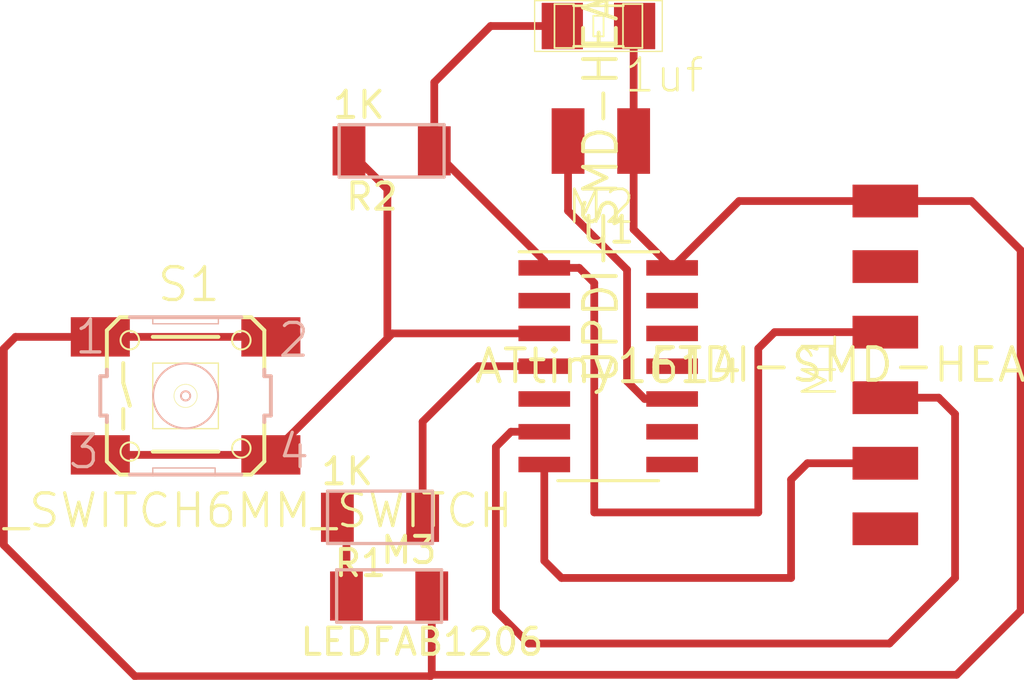
<source format=kicad_pcb>
(kicad_pcb (version 20171130) (host pcbnew "(5.1.9-0-10_14)")

  (general
    (thickness 1.6)
    (drawings 0)
    (tracks 62)
    (zones 0)
    (modules 8)
    (nets 18)
  )

  (page A4)
  (layers
    (0 F.Cu signal)
    (31 B.Cu signal)
    (32 B.Adhes user)
    (33 F.Adhes user)
    (34 B.Paste user)
    (35 F.Paste user)
    (36 B.SilkS user)
    (37 F.SilkS user hide)
    (38 B.Mask user)
    (39 F.Mask user)
    (40 Dwgs.User user)
    (41 Cmts.User user)
    (42 Eco1.User user)
    (43 Eco2.User user)
    (44 Edge.Cuts user)
    (45 Margin user)
    (46 B.CrtYd user)
    (47 F.CrtYd user)
    (48 B.Fab user)
    (49 F.Fab user)
  )

  (setup
    (last_trace_width 0.3)
    (trace_clearance 0.4)
    (zone_clearance 0.508)
    (zone_45_only no)
    (trace_min 0.3)
    (via_size 0.8)
    (via_drill 0.4)
    (via_min_size 0.4)
    (via_min_drill 0.3)
    (uvia_size 0.3)
    (uvia_drill 0.1)
    (uvias_allowed no)
    (uvia_min_size 0.2)
    (uvia_min_drill 0.1)
    (edge_width 0.05)
    (segment_width 0.2)
    (pcb_text_width 0.3)
    (pcb_text_size 1.5 1.5)
    (mod_edge_width 0.12)
    (mod_text_size 1 1)
    (mod_text_width 0.15)
    (pad_size 1.524 1.524)
    (pad_drill 0.762)
    (pad_to_mask_clearance 0)
    (aux_axis_origin 0 0)
    (visible_elements FFFFFF7F)
    (pcbplotparams
      (layerselection 0x010fc_ffffffff)
      (usegerberextensions false)
      (usegerberattributes true)
      (usegerberadvancedattributes true)
      (creategerberjobfile true)
      (excludeedgelayer true)
      (linewidth 0.100000)
      (plotframeref false)
      (viasonmask false)
      (mode 1)
      (useauxorigin false)
      (hpglpennumber 1)
      (hpglpenspeed 20)
      (hpglpendiameter 15.000000)
      (psnegative false)
      (psa4output false)
      (plotreference true)
      (plotvalue true)
      (plotinvisibletext false)
      (padsonsilk false)
      (subtractmaskfromsilk false)
      (outputformat 1)
      (mirror false)
      (drillshape 1)
      (scaleselection 1)
      (outputdirectory ""))
  )

  (net 0 "")
  (net 1 "Net-(C1-Pad1)")
  (net 2 "Net-(C1-Pad2)")
  (net 3 "Net-(M1-Pad2)")
  (net 4 "Net-(M1-Pad4)")
  (net 5 "Net-(M1-Pad5)")
  (net 6 "Net-(M1-Pad6)")
  (net 7 "Net-(M3-Pad1)")
  (net 8 "Net-(U1-Pad2)")
  (net 9 "Net-(U1-Pad5)")
  (net 10 "Net-(U1-Pad12)")
  (net 11 "Net-(U1-Pad13)")
  (net 12 "Net-(M2-Pad1)")
  (net 13 "Net-(R2-Pad2)")
  (net 14 "Net-(U1-Pad8)")
  (net 15 "Net-(U1-Pad9)")
  (net 16 "Net-(U1-Pad11)")
  (net 17 "Net-(R1-Pad1)")

  (net_class Default "This is the default net class."
    (clearance 0.4)
    (trace_width 0.3)
    (via_dia 0.8)
    (via_drill 0.4)
    (uvia_dia 0.3)
    (uvia_drill 0.1)
    (diff_pair_width 0.3)
    (diff_pair_gap 0.25)
    (add_net "Net-(C1-Pad1)")
    (add_net "Net-(C1-Pad2)")
    (add_net "Net-(M1-Pad2)")
    (add_net "Net-(M1-Pad4)")
    (add_net "Net-(M1-Pad5)")
    (add_net "Net-(M1-Pad6)")
    (add_net "Net-(M2-Pad1)")
    (add_net "Net-(M3-Pad1)")
    (add_net "Net-(R1-Pad1)")
    (add_net "Net-(R2-Pad2)")
    (add_net "Net-(U1-Pad11)")
    (add_net "Net-(U1-Pad12)")
    (add_net "Net-(U1-Pad13)")
    (add_net "Net-(U1-Pad2)")
    (add_net "Net-(U1-Pad5)")
    (add_net "Net-(U1-Pad8)")
    (add_net "Net-(U1-Pad9)")
  )

  (module fab:fab-C1206 (layer F.Cu) (tedit 200000) (tstamp 60420D1D)
    (at 147.481821 85.293381)
    (descr CAPACITOR)
    (tags CAPACITOR)
    (path /6043D8EB)
    (attr smd)
    (fp_text reference C1 (at 1.905 -1.905) (layer F.SilkS)
      (effects (font (size 1.27 1.27) (thickness 0.1016)))
    )
    (fp_text value 1uf (at 2.54 1.905) (layer F.SilkS)
      (effects (font (size 1.27 1.27) (thickness 0.1016)))
    )
    (fp_line (start -0.96266 0.78486) (end 0.96266 0.78486) (layer F.SilkS) (width 0.1016))
    (fp_line (start -0.96266 -0.78486) (end 0.96266 -0.78486) (layer F.SilkS) (width 0.1016))
    (fp_line (start 2.47142 -0.98298) (end 2.47142 0.98298) (layer F.SilkS) (width 0.0508))
    (fp_line (start -2.47142 0.98298) (end -2.47142 -0.98298) (layer F.SilkS) (width 0.0508))
    (fp_line (start 2.47142 0.98298) (end -2.47142 0.98298) (layer F.SilkS) (width 0.0508))
    (fp_line (start -2.47142 -0.98298) (end 2.47142 -0.98298) (layer F.SilkS) (width 0.0508))
    (fp_line (start -0.19812 0.39878) (end -0.19812 -0.39878) (layer F.SilkS) (width 0.06604))
    (fp_line (start -0.19812 -0.39878) (end 0.19812 -0.39878) (layer F.SilkS) (width 0.06604))
    (fp_line (start 0.19812 0.39878) (end 0.19812 -0.39878) (layer F.SilkS) (width 0.06604))
    (fp_line (start -0.19812 0.39878) (end 0.19812 0.39878) (layer F.SilkS) (width 0.06604))
    (fp_line (start 0.94996 0.84836) (end 0.94996 -0.8509) (layer F.SilkS) (width 0.06604))
    (fp_line (start 0.94996 -0.8509) (end 1.7018 -0.8509) (layer F.SilkS) (width 0.06604))
    (fp_line (start 1.7018 0.84836) (end 1.7018 -0.8509) (layer F.SilkS) (width 0.06604))
    (fp_line (start 0.94996 0.84836) (end 1.7018 0.84836) (layer F.SilkS) (width 0.06604))
    (fp_line (start -1.7018 0.8509) (end -1.7018 -0.84836) (layer F.SilkS) (width 0.06604))
    (fp_line (start -1.7018 -0.84836) (end -0.94996 -0.84836) (layer F.SilkS) (width 0.06604))
    (fp_line (start -0.94996 0.8509) (end -0.94996 -0.84836) (layer F.SilkS) (width 0.06604))
    (fp_line (start -1.7018 0.8509) (end -0.94996 0.8509) (layer F.SilkS) (width 0.06604))
    (pad 1 smd rect (at -1.39954 0) (size 1.59766 1.79832) (layers F.Cu F.Paste F.Mask)
      (net 1 "Net-(C1-Pad1)"))
    (pad 2 smd rect (at 1.39954 0) (size 1.59766 1.79832) (layers F.Cu F.Paste F.Mask)
      (net 2 "Net-(C1-Pad2)"))
  )

  (module fab:fab-1X06SMD (layer F.Cu) (tedit 200000) (tstamp 60420D27)
    (at 158.59 98.425)
    (path /60434200)
    (attr smd)
    (fp_text reference M1 (at -2.54 0 90) (layer F.SilkS)
      (effects (font (size 1.27 1.27) (thickness 0.1016)))
    )
    (fp_text value FTDI-SMD-HEADER (at 0 0) (layer F.SilkS)
      (effects (font (size 1.27 1.27) (thickness 0.15)))
    )
    (pad 1 smd rect (at 0 -6.35) (size 2.54 1.27) (layers F.Cu F.Paste F.Mask)
      (net 2 "Net-(C1-Pad2)"))
    (pad 2 smd rect (at 0 -3.81) (size 2.54 1.27) (layers F.Cu F.Paste F.Mask)
      (net 3 "Net-(M1-Pad2)"))
    (pad 3 smd rect (at 0 -1.27) (size 2.54 1.27) (layers F.Cu F.Paste F.Mask)
      (net 1 "Net-(C1-Pad1)"))
    (pad 4 smd rect (at 0 1.27) (size 2.54 1.27) (layers F.Cu F.Paste F.Mask)
      (net 4 "Net-(M1-Pad4)"))
    (pad 5 smd rect (at 0 3.81) (size 2.54 1.27) (layers F.Cu F.Paste F.Mask)
      (net 5 "Net-(M1-Pad5)"))
    (pad 6 smd rect (at 0 6.35) (size 2.54 1.27) (layers F.Cu F.Paste F.Mask)
      (net 6 "Net-(M1-Pad6)"))
  )

  (module fab:fab-1X02SMD (layer F.Cu) (tedit 5E6F6664) (tstamp 60420D2D)
    (at 147.575 89.75 90)
    (path /60419524)
    (attr smd)
    (fp_text reference M2 (at -2.54 0) (layer F.SilkS)
      (effects (font (size 1.27 1.27) (thickness 0.1016)))
    )
    (fp_text value UPDI-SMD-HEADER (at 0 0 90) (layer F.SilkS)
      (effects (font (size 1.27 1.27) (thickness 0.15)))
    )
    (pad 1 smd rect (at 0 -1.27 90) (size 2.54 1.27) (layers F.Cu F.Paste F.Mask)
      (net 12 "Net-(M2-Pad1)"))
    (pad 2 smd rect (at 0 1.27 90) (size 2.54 1.27) (layers F.Cu F.Paste F.Mask)
      (net 2 "Net-(C1-Pad2)"))
  )

  (module fab:fab-LED1206FAB (layer F.Cu) (tedit 200000) (tstamp 60420D37)
    (at 139.376 107.379501)
    (descr "LED1206 FAB STYLE (SMALLER PADS TO ALLOW TRACE BETWEEN)")
    (tags "LED1206 FAB STYLE (SMALLER PADS TO ALLOW TRACE BETWEEN)")
    (path /6041B0BB)
    (attr smd)
    (fp_text reference M3 (at 0.762 -1.778) (layer F.SilkS)
      (effects (font (size 1.016 1.016) (thickness 0.1524)))
    )
    (fp_text value LEDFAB1206 (at 1.27 1.778) (layer F.SilkS)
      (effects (font (size 1.016 1.016) (thickness 0.1524)))
    )
    (fp_line (start -2.032 1.016) (end -2.032 -1.016) (layer B.SilkS) (width 0.127))
    (fp_line (start 2.032 1.016) (end -2.032 1.016) (layer B.SilkS) (width 0.127))
    (fp_line (start 2.032 -1.016) (end 2.032 1.016) (layer B.SilkS) (width 0.127))
    (fp_line (start -2.032 -1.016) (end 2.032 -1.016) (layer B.SilkS) (width 0.127))
    (pad 1 smd rect (at -1.651 0) (size 1.27 1.905) (layers F.Cu F.Paste F.Mask)
      (net 7 "Net-(M3-Pad1)"))
    (pad 2 smd rect (at 1.651 0) (size 1.27 1.905) (layers F.Cu F.Paste F.Mask)
      (net 2 "Net-(C1-Pad2)"))
  )

  (module fab:fab-R1206FAB (layer F.Cu) (tedit 200000) (tstamp 60420D41)
    (at 139.024 104.330499 180)
    (path /6041BF36)
    (attr smd)
    (fp_text reference R1 (at 0.762 -1.778) (layer F.SilkS)
      (effects (font (size 1.016 1.016) (thickness 0.1524)))
    )
    (fp_text value 1K (at 1.27 1.778) (layer F.SilkS)
      (effects (font (size 1.016 1.016) (thickness 0.1524)))
    )
    (fp_line (start -2.032 1.016) (end -2.032 -1.016) (layer B.SilkS) (width 0.127))
    (fp_line (start 2.032 1.016) (end -2.032 1.016) (layer B.SilkS) (width 0.127))
    (fp_line (start 2.032 -1.016) (end 2.032 1.016) (layer B.SilkS) (width 0.127))
    (fp_line (start -2.032 -1.016) (end 2.032 -1.016) (layer B.SilkS) (width 0.127))
    (pad 1 smd rect (at -1.651 0 180) (size 1.27 1.905) (layers F.Cu F.Paste F.Mask)
      (net 17 "Net-(R1-Pad1)"))
    (pad 2 smd rect (at 1.651 0 180) (size 1.27 1.905) (layers F.Cu F.Paste F.Mask)
      (net 7 "Net-(M3-Pad1)"))
  )

  (module fab:fab-R1206FAB (layer F.Cu) (tedit 200000) (tstamp 60420D4B)
    (at 139.474 90.130499 180)
    (path /60481D98)
    (attr smd)
    (fp_text reference R2 (at 0.762 -1.778) (layer F.SilkS)
      (effects (font (size 1.016 1.016) (thickness 0.1524)))
    )
    (fp_text value 1K (at 1.27 1.778) (layer F.SilkS)
      (effects (font (size 1.016 1.016) (thickness 0.1524)))
    )
    (fp_line (start -2.032 -1.016) (end 2.032 -1.016) (layer B.SilkS) (width 0.127))
    (fp_line (start 2.032 -1.016) (end 2.032 1.016) (layer B.SilkS) (width 0.127))
    (fp_line (start 2.032 1.016) (end -2.032 1.016) (layer B.SilkS) (width 0.127))
    (fp_line (start -2.032 1.016) (end -2.032 -1.016) (layer B.SilkS) (width 0.127))
    (pad 2 smd rect (at 1.651 0 180) (size 1.27 1.905) (layers F.Cu F.Paste F.Mask)
      (net 13 "Net-(R2-Pad2)"))
    (pad 1 smd rect (at -1.651 0 180) (size 1.27 1.905) (layers F.Cu F.Paste F.Mask)
      (net 1 "Net-(C1-Pad1)"))
  )

  (module fab:fab-6MM_SWITCH (layer F.Cu) (tedit 200000) (tstamp 60420D89)
    (at 131.495799 99.625)
    (descr "OMRON SWITCH")
    (tags "OMRON SWITCH")
    (path /6041A10C)
    (attr smd)
    (fp_text reference S1 (at 0.127 -4.318 180) (layer F.SilkS)
      (effects (font (size 1.27 1.27) (thickness 0.127)))
    )
    (fp_text value 6MM_SWITCH6MM_SWITCH (at 0.762 4.445 180) (layer F.SilkS)
      (effects (font (size 1.27 1.27) (thickness 0.127)))
    )
    (fp_circle (center 0 0) (end -0.127 0.127) (layer B.SilkS) (width 0.0762))
    (fp_circle (center 0 0) (end -0.3175 0.3175) (layer F.SilkS) (width 0.0254))
    (fp_circle (center -2.159 -2.159) (end -2.413 -2.413) (layer F.SilkS) (width 0.0762))
    (fp_circle (center 2.159 -2.159) (end 2.413 -2.413) (layer F.SilkS) (width 0.0762))
    (fp_circle (center 2.159 2.032) (end 2.413 2.286) (layer F.SilkS) (width 0.0762))
    (fp_circle (center -2.159 2.159) (end -2.413 2.413) (layer F.SilkS) (width 0.0762))
    (fp_circle (center 0 0) (end -0.889 0.889) (layer B.SilkS) (width 0.0762))
    (fp_line (start -2.413 -0.508) (end -2.159 0.381) (layer F.SilkS) (width 0.1524))
    (fp_line (start -2.413 0.508) (end -2.413 1.27) (layer F.SilkS) (width 0.1524))
    (fp_line (start -2.413 -1.27) (end -2.413 -0.508) (layer F.SilkS) (width 0.1524))
    (fp_line (start 1.27 -2.286) (end -1.27 -2.286) (layer F.SilkS) (width 0.1524))
    (fp_line (start -1.27 2.159) (end 1.27 2.159) (layer F.SilkS) (width 0.1524))
    (fp_line (start -3.048 -0.762) (end -3.048 -1.016) (layer B.SilkS) (width 0.1524))
    (fp_line (start -3.048 0.762) (end -3.048 1.016) (layer B.SilkS) (width 0.1524))
    (fp_line (start 3.048 -0.762) (end 3.048 -1.016) (layer B.SilkS) (width 0.1524))
    (fp_line (start 3.048 0.762) (end 3.048 1.016) (layer B.SilkS) (width 0.1524))
    (fp_line (start 1.143 3.048) (end 2.159 3.048) (layer B.SilkS) (width 0.1524))
    (fp_line (start -1.27 3.048) (end 1.143 3.048) (layer B.SilkS) (width 0.1524))
    (fp_line (start -1.27 -3.048) (end -2.159 -3.048) (layer B.SilkS) (width 0.1524))
    (fp_line (start 1.27 -3.048) (end -1.27 -3.048) (layer B.SilkS) (width 0.1524))
    (fp_line (start 2.159 -3.048) (end 1.27 -3.048) (layer B.SilkS) (width 0.1524))
    (fp_line (start 2.54 -3.048) (end 2.159 -3.048) (layer F.SilkS) (width 0.1524))
    (fp_line (start -2.54 -3.048) (end -2.159 -3.048) (layer F.SilkS) (width 0.1524))
    (fp_line (start -2.159 3.048) (end -1.27 3.048) (layer B.SilkS) (width 0.1524))
    (fp_line (start -2.54 3.048) (end -2.159 3.048) (layer F.SilkS) (width 0.1524))
    (fp_line (start 2.54 3.048) (end 2.159 3.048) (layer F.SilkS) (width 0.1524))
    (fp_line (start -1.27 2.794) (end -1.27 3.048) (layer B.SilkS) (width 0.0508))
    (fp_line (start 1.143 2.794) (end 1.143 3.048) (layer B.SilkS) (width 0.0508))
    (fp_line (start 1.143 2.794) (end -1.27 2.794) (layer B.SilkS) (width 0.0508))
    (fp_line (start 1.27 -2.794) (end 1.27 -3.048) (layer B.SilkS) (width 0.0508))
    (fp_line (start 1.27 -2.794) (end -1.27 -2.794) (layer B.SilkS) (width 0.0508))
    (fp_line (start -1.27 -3.048) (end -1.27 -2.794) (layer B.SilkS) (width 0.0508))
    (fp_line (start -1.27 -1.27) (end 1.27 -1.27) (layer F.SilkS) (width 0.0508))
    (fp_line (start 1.27 1.27) (end 1.27 -1.27) (layer F.SilkS) (width 0.0508))
    (fp_line (start 1.27 1.27) (end -1.27 1.27) (layer F.SilkS) (width 0.0508))
    (fp_line (start -1.27 -1.27) (end -1.27 1.27) (layer F.SilkS) (width 0.0508))
    (fp_line (start -3.048 2.54) (end -3.048 1.016) (layer F.SilkS) (width 0.1524))
    (fp_line (start -2.54 3.048) (end -3.048 2.54) (layer F.SilkS) (width 0.1524))
    (fp_line (start -3.048 -2.54) (end -3.048 -1.016) (layer F.SilkS) (width 0.1524))
    (fp_line (start -2.54 -3.048) (end -3.048 -2.54) (layer F.SilkS) (width 0.1524))
    (fp_line (start 3.048 2.54) (end 3.048 1.016) (layer F.SilkS) (width 0.1524))
    (fp_line (start 2.54 3.048) (end 3.048 2.54) (layer F.SilkS) (width 0.1524))
    (fp_line (start 3.048 -2.54) (end 2.54 -3.048) (layer F.SilkS) (width 0.1524))
    (fp_line (start -3.048 0.762) (end -3.302 0.762) (layer B.SilkS) (width 0.1524))
    (fp_line (start -3.302 -0.762) (end -3.302 0.762) (layer B.SilkS) (width 0.1524))
    (fp_line (start -3.302 -0.762) (end -3.048 -0.762) (layer B.SilkS) (width 0.1524))
    (fp_line (start 3.048 -1.016) (end 3.048 -2.54) (layer F.SilkS) (width 0.1524))
    (fp_line (start 3.048 -0.762) (end 3.302 -0.762) (layer B.SilkS) (width 0.1524))
    (fp_line (start 3.302 0.762) (end 3.302 -0.762) (layer B.SilkS) (width 0.1524))
    (fp_line (start 3.302 0.762) (end 3.048 0.762) (layer B.SilkS) (width 0.1524))
    (fp_text user 1 (at -3.683 -2.286 180) (layer B.SilkS)
      (effects (font (size 1.27 1.27) (thickness 0.127)))
    )
    (fp_text user 2 (at 4.191 -2.159 180) (layer B.SilkS)
      (effects (font (size 1.27 1.27) (thickness 0.127)))
    )
    (fp_text user 3 (at -3.937 2.159 180) (layer B.SilkS)
      (effects (font (size 1.27 1.27) (thickness 0.127)))
    )
    (fp_text user 4 (at 4.191 2.159 180) (layer B.SilkS)
      (effects (font (size 1.27 1.27) (thickness 0.127)))
    )
    (pad 1 smd rect (at -3.302 -2.286) (size 2.286 1.524) (layers F.Cu F.Paste F.Mask)
      (net 2 "Net-(C1-Pad2)"))
    (pad 2 smd rect (at 3.302 -2.286) (size 2.286 1.524) (layers F.Cu F.Paste F.Mask)
      (net 2 "Net-(C1-Pad2)"))
    (pad 3 smd rect (at -3.302 2.286) (size 2.286 1.524) (layers F.Cu F.Paste F.Mask)
      (net 13 "Net-(R2-Pad2)"))
    (pad 4 smd rect (at 3.302 2.286) (size 2.286 1.524) (layers F.Cu F.Paste F.Mask)
      (net 13 "Net-(R2-Pad2)"))
  )

  (module fab:fab-SOIC-14_3.9x8.7mm_P1.27mm (layer F.Cu) (tedit 5EABE9B1) (tstamp 60420DA4)
    (at 147.860001 98.475001)
    (descr "SOIC, 14 Pin, fab version")
    (tags "SOIC fab")
    (path /60490FCA)
    (attr smd)
    (fp_text reference U1 (at 0 -5.28) (layer F.SilkS)
      (effects (font (size 1 1) (thickness 0.15)))
    )
    (fp_text value ATtiny1614 (at 0 0) (layer F.SilkS)
      (effects (font (size 1.27 1.27) (thickness 0.15)))
    )
    (fp_line (start -1.95 -3.35) (end -0.975 -4.325) (layer F.Fab) (width 0.1))
    (fp_line (start -1.95 4.325) (end -1.95 -3.35) (layer F.Fab) (width 0.1))
    (fp_line (start 1.95 4.325) (end -1.95 4.325) (layer F.Fab) (width 0.1))
    (fp_line (start 1.95 -4.325) (end 1.95 4.325) (layer F.Fab) (width 0.1))
    (fp_line (start -0.975 -4.325) (end 1.95 -4.325) (layer F.Fab) (width 0.1))
    (fp_line (start 0 -4.435) (end -3.45 -4.435) (layer F.SilkS) (width 0.12))
    (fp_line (start 0 -4.435) (end 1.95 -4.435) (layer F.SilkS) (width 0.12))
    (fp_line (start 0 4.435) (end -1.95 4.435) (layer F.SilkS) (width 0.12))
    (fp_line (start 0 4.435) (end 1.95 4.435) (layer F.SilkS) (width 0.12))
    (pad 1 smd rect (at -2.475 -3.81) (size 2 0.6) (layers F.Cu F.Paste F.Mask)
      (net 1 "Net-(C1-Pad1)"))
    (pad 2 smd rect (at -2.475 -2.54) (size 2 0.6) (layers F.Cu F.Paste F.Mask)
      (net 8 "Net-(U1-Pad2)"))
    (pad 3 smd rect (at -2.475 -1.27) (size 2 0.6) (layers F.Cu F.Paste F.Mask)
      (net 13 "Net-(R2-Pad2)"))
    (pad 4 smd rect (at -2.475 0) (size 2 0.6) (layers F.Cu F.Paste F.Mask)
      (net 17 "Net-(R1-Pad1)"))
    (pad 5 smd rect (at -2.475 1.27) (size 2 0.6) (layers F.Cu F.Paste F.Mask)
      (net 9 "Net-(U1-Pad5)"))
    (pad 6 smd rect (at -2.475 2.54) (size 2 0.6) (layers F.Cu F.Paste F.Mask)
      (net 4 "Net-(M1-Pad4)"))
    (pad 7 smd rect (at -2.475 3.81) (size 2 0.6) (layers F.Cu F.Paste F.Mask)
      (net 5 "Net-(M1-Pad5)"))
    (pad 8 smd rect (at 2.475 3.81) (size 2 0.6) (layers F.Cu F.Paste F.Mask)
      (net 14 "Net-(U1-Pad8)"))
    (pad 9 smd rect (at 2.475 2.54) (size 2 0.6) (layers F.Cu F.Paste F.Mask)
      (net 15 "Net-(U1-Pad9)"))
    (pad 10 smd rect (at 2.475 1.27) (size 2 0.6) (layers F.Cu F.Paste F.Mask)
      (net 12 "Net-(M2-Pad1)"))
    (pad 11 smd rect (at 2.475 0) (size 2 0.6) (layers F.Cu F.Paste F.Mask)
      (net 16 "Net-(U1-Pad11)"))
    (pad 12 smd rect (at 2.475 -1.27) (size 2 0.6) (layers F.Cu F.Paste F.Mask)
      (net 10 "Net-(U1-Pad12)"))
    (pad 13 smd rect (at 2.475 -2.54) (size 2 0.6) (layers F.Cu F.Paste F.Mask)
      (net 11 "Net-(U1-Pad13)"))
    (pad 14 smd rect (at 2.475 -3.81) (size 2 0.6) (layers F.Cu F.Paste F.Mask)
      (net 2 "Net-(C1-Pad2)"))
    (model ${KISYS3DMOD}/Package_SO.3dshapes/SOIC-14_3.9x8.7mm_P1.27mm.wrl
      (at (xyz 0 0 0))
      (scale (xyz 1 1 1))
      (rotate (xyz 0 0 0))
    )
  )

  (segment (start 141.125 90.130499) (end 145.385001 94.3905) (width 0.3) (layer F.Cu) (net 1) (tstamp 6042209E) (status C00000))
  (segment (start 145.385001 94.3905) (end 145.385001 94.665001) (width 0.3) (layer F.Cu) (net 1) (tstamp 6042209F) (status C00000))
  (segment (start 146.082281 85.293381) (end 143.306619 85.293381) (width 0.3) (layer F.Cu) (net 1) (status 400000))
  (segment (start 141.125 87.475) (end 141.125 90.130499) (width 0.3) (layer F.Cu) (net 1) (tstamp 60422111) (status 800000))
  (segment (start 143.306619 85.293381) (end 141.125 87.475) (width 0.3) (layer F.Cu) (net 1) (tstamp 60422110))
  (segment (start 158.59 97.155) (end 154.305 97.155) (width 0.3) (layer F.Cu) (net 1) (status 400000))
  (segment (start 146.735001 94.665001) (end 145.385001 94.665001) (width 0.3) (layer F.Cu) (net 1) (tstamp 604221C4) (status 800000))
  (segment (start 147.32 95.25) (end 146.735001 94.665001) (width 0.3) (layer F.Cu) (net 1) (tstamp 604221C3))
  (segment (start 147.32 104.14) (end 147.32 95.25) (width 0.3) (layer F.Cu) (net 1) (tstamp 604221C2))
  (segment (start 153.67 104.14) (end 147.32 104.14) (width 0.3) (layer F.Cu) (net 1) (tstamp 604221C1))
  (segment (start 153.67 97.79) (end 153.67 104.14) (width 0.3) (layer F.Cu) (net 1) (tstamp 604221C0))
  (segment (start 154.305 97.155) (end 153.67 97.79) (width 0.3) (layer F.Cu) (net 1) (tstamp 604221BF))
  (segment (start 148.845 89.75) (end 148.845 93.175) (width 0.3) (layer F.Cu) (net 2) (status 400000))
  (segment (start 148.845 93.175) (end 150.335001 94.665001) (width 0.3) (layer F.Cu) (net 2) (tstamp 60421CF1) (status 800000))
  (segment (start 141.027 107.379501) (end 141.027 110.433) (width 0.3) (layer F.Cu) (net 2) (status 400000))
  (segment (start 124.911 97.339) (end 128.193799 97.339) (width 0.3) (layer F.Cu) (net 2) (tstamp 60421FEC) (status 800000))
  (segment (start 141.027 110.433) (end 140.97 110.49) (width 0.3) (layer F.Cu) (net 2) (tstamp 60421FE5))
  (segment (start 140.97 110.49) (end 129.54 110.49) (width 0.3) (layer F.Cu) (net 2) (tstamp 60421FE6))
  (segment (start 129.54 110.49) (end 124.46 105.41) (width 0.3) (layer F.Cu) (net 2) (tstamp 60421FE7))
  (segment (start 124.46 105.41) (end 124.46 97.79) (width 0.3) (layer F.Cu) (net 2) (tstamp 60421FE9))
  (segment (start 124.46 97.79) (end 124.911 97.339) (width 0.3) (layer F.Cu) (net 2) (tstamp 60421FEB))
  (segment (start 128.193799 97.339) (end 134.797799 97.339) (width 0.3) (layer F.Cu) (net 2) (status C00000))
  (segment (start 148.845 89.75) (end 148.845 85.329742) (width 0.3) (layer F.Cu) (net 2) (status C00000))
  (segment (start 148.845 85.329742) (end 148.881361 85.293381) (width 0.3) (layer F.Cu) (net 2) (tstamp 6042210D) (status C00000))
  (segment (start 158.59 92.075) (end 161.925 92.075) (width 0.3) (layer F.Cu) (net 2) (status 400000))
  (segment (start 161.347 110.433) (end 141.027 110.433) (width 0.3) (layer F.Cu) (net 2) (tstamp 60422157))
  (segment (start 163.83 107.95) (end 161.347 110.433) (width 0.3) (layer F.Cu) (net 2) (tstamp 60422156))
  (segment (start 163.83 93.98) (end 163.83 107.95) (width 0.3) (layer F.Cu) (net 2) (tstamp 60422154))
  (segment (start 161.925 92.075) (end 163.83 93.98) (width 0.3) (layer F.Cu) (net 2) (tstamp 60422153))
  (segment (start 158.59 92.075) (end 152.925002 92.075) (width 0.3) (layer F.Cu) (net 2) (status 400000))
  (segment (start 152.925002 92.075) (end 150.335001 94.665001) (width 0.3) (layer F.Cu) (net 2) (tstamp 60422167) (status 800000))
  (segment (start 145.385001 101.015001) (end 144.094999 101.015001) (width 0.3) (layer F.Cu) (net 4) (status 400000))
  (segment (start 158.75 109.22) (end 161.29 106.68) (width 0.3) (layer F.Cu) (net 4) (tstamp 60421F3C))
  (segment (start 144.78 109.22) (end 158.75 109.22) (width 0.3) (layer F.Cu) (net 4) (tstamp 60421F3A))
  (segment (start 143.51 107.95) (end 144.78 109.22) (width 0.3) (layer F.Cu) (net 4) (tstamp 60421F39))
  (segment (start 143.51 101.6) (end 143.51 107.95) (width 0.3) (layer F.Cu) (net 4))
  (segment (start 144.094999 101.015001) (end 143.51 101.6) (width 0.3) (layer F.Cu) (net 4) (tstamp 604218A1))
  (segment (start 161.29 106.68) (end 161.29 100.33) (width 0.3) (layer F.Cu) (net 4) (tstamp 604218B3))
  (segment (start 161.29 100.33) (end 160.655 99.695) (width 0.3) (layer F.Cu) (net 4) (tstamp 604218B6))
  (segment (start 160.655 99.695) (end 158.59 99.695) (width 0.3) (layer F.Cu) (net 4) (tstamp 604218B7) (status 800000))
  (segment (start 158.59 102.235) (end 155.575 102.235) (width 0.3) (layer F.Cu) (net 5) (status 400000))
  (segment (start 145.385001 106.015001) (end 145.385001 102.285001) (width 0.3) (layer F.Cu) (net 5) (tstamp 604221D2) (status 800000))
  (segment (start 146.05 106.68) (end 145.385001 106.015001) (width 0.3) (layer F.Cu) (net 5) (tstamp 604221D1))
  (segment (start 154.94 106.68) (end 146.05 106.68) (width 0.3) (layer F.Cu) (net 5) (tstamp 604221D0))
  (segment (start 154.94 102.87) (end 154.94 106.68) (width 0.3) (layer F.Cu) (net 5) (tstamp 604221CF))
  (segment (start 155.575 102.235) (end 154.94 102.87) (width 0.3) (layer F.Cu) (net 5) (tstamp 604221CE))
  (segment (start 137.725 107.379501) (end 137.725 104.682499) (width 0.3) (layer F.Cu) (net 7) (status C00000))
  (segment (start 137.725 104.682499) (end 137.373 104.330499) (width 0.3) (layer F.Cu) (net 7) (tstamp 60421FE3) (status C00000))
  (segment (start 146.305 89.75) (end 146.305 92.455) (width 0.3) (layer F.Cu) (net 12) (status 400000))
  (segment (start 149.275001 99.745001) (end 150.335001 99.745001) (width 0.3) (layer F.Cu) (net 12) (tstamp 604221CC) (status 800000))
  (segment (start 148.59 99.06) (end 149.275001 99.745001) (width 0.3) (layer F.Cu) (net 12) (tstamp 604221CB))
  (segment (start 148.59 94.74) (end 148.59 99.06) (width 0.3) (layer F.Cu) (net 12) (tstamp 604221CA))
  (segment (start 146.305 92.455) (end 148.59 94.74) (width 0.3) (layer F.Cu) (net 12) (tstamp 604221C9))
  (segment (start 128.193799 101.911) (end 134.797799 101.911) (width 0.3) (layer F.Cu) (net 13) (status C00000))
  (segment (start 134.797799 101.911) (end 139.3094 97.399399) (width 0.3) (layer F.Cu) (net 13) (tstamp 60421FF4) (status 400000))
  (segment (start 139.3094 97.399399) (end 139.503798 97.205001) (width 0.3) (layer F.Cu) (net 13) (tstamp 60422115))
  (segment (start 139.503798 97.205001) (end 145.385001 97.205001) (width 0.3) (layer F.Cu) (net 13) (tstamp 60421FF5) (status 800000))
  (segment (start 139.3094 97.399399) (end 139.3094 91.616899) (width 0.3) (layer F.Cu) (net 13))
  (segment (start 139.3094 91.616899) (end 137.823 90.130499) (width 0.3) (layer F.Cu) (net 13) (tstamp 60422117) (status 800000))
  (segment (start 145.385001 98.475001) (end 142.824999 98.475001) (width 0.3) (layer F.Cu) (net 17) (status 400000))
  (segment (start 140.675 100.625) (end 140.675 104.330499) (width 0.3) (layer F.Cu) (net 17) (tstamp 60421FF9) (status 800000))
  (segment (start 142.824999 98.475001) (end 140.675 100.625) (width 0.3) (layer F.Cu) (net 17) (tstamp 60421FF8))

)

</source>
